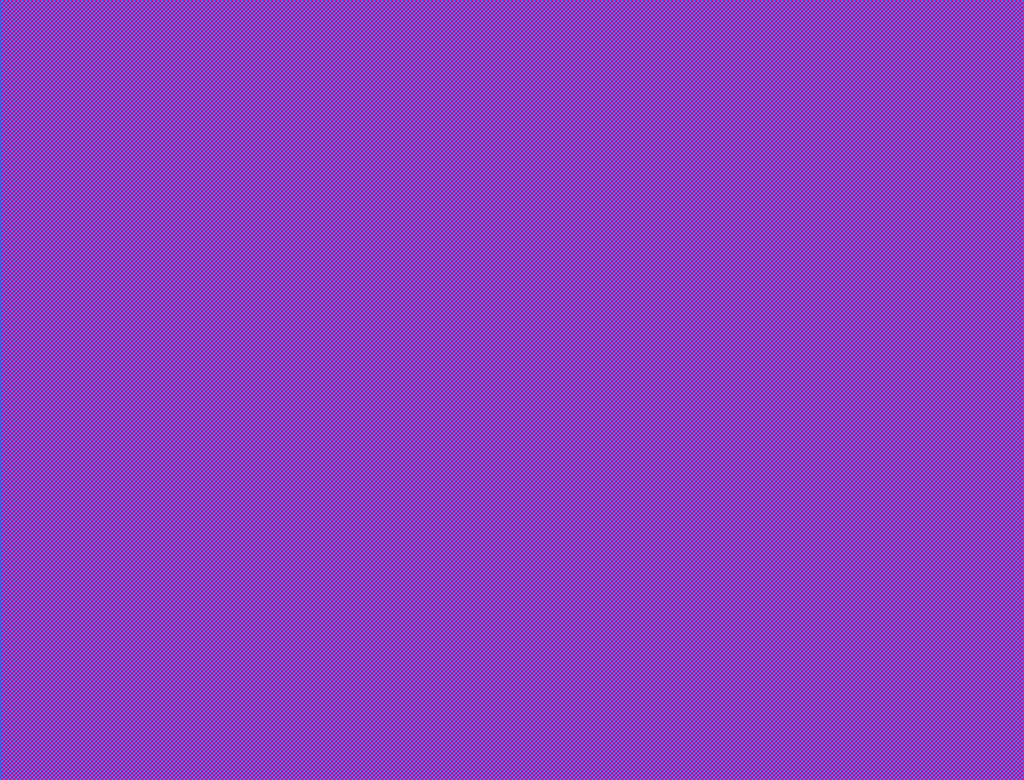
<source format=lef>
##
## LEF for PtnCells ;
## created by Innovus v18.10-p002_1 on Tue Apr 20 18:55:30 2021
##

VERSION 5.5 ;

NAMESCASESENSITIVE ON ;
BUSBITCHARS "[]" ;
DIVIDERCHAR "/" ;

MACRO ensc450
  CLASS BLOCK ;
  SIZE 630.040000 BY 480.060000 ;
  FOREIGN ensc450 0.000000 0.000000 ;
  ORIGIN 0 0 ;
  SYMMETRY X Y R90 ;
  PIN clk
    DIRECTION INPUT ;
    USE SIGNAL ;
  END clk
  PIN resetn
    DIRECTION INPUT ;
    USE SIGNAL ;
    PORT
      LAYER metal2 ;
        RECT 282.970000 479.990000 283.040000 480.060000 ;
    END
  END resetn
  PIN EXT_NREADY
    DIRECTION OUTPUT ;
    USE SIGNAL ;
    PORT
      LAYER metal2 ;
        RECT 345.480000 0.000000 345.550000 0.070000 ;
    END
  END EXT_NREADY
  PIN EXT_BUSY
    DIRECTION INPUT ;
    USE SIGNAL ;
    PORT
      LAYER metal2 ;
        RECT 283.920000 479.990000 283.990000 480.060000 ;
    END
  END EXT_BUSY
  PIN EXT_MR
    DIRECTION INPUT ;
    USE SIGNAL ;
    PORT
      LAYER metal2 ;
        RECT 284.870000 479.990000 284.940000 480.060000 ;
    END
  END EXT_MR
  PIN EXT_MW
    DIRECTION INPUT ;
    USE SIGNAL ;
    PORT
      LAYER metal2 ;
        RECT 285.820000 479.990000 285.890000 480.060000 ;
    END
  END EXT_MW
  PIN EXT_ADDRBUS[31]
    DIRECTION INPUT ;
    USE SIGNAL ;
    PORT
      LAYER metal2 ;
        RECT 316.220000 479.990000 316.290000 480.060000 ;
    END
  END EXT_ADDRBUS[31]
  PIN EXT_ADDRBUS[30]
    DIRECTION INPUT ;
    USE SIGNAL ;
    PORT
      LAYER metal2 ;
        RECT 315.270000 479.990000 315.340000 480.060000 ;
    END
  END EXT_ADDRBUS[30]
  PIN EXT_ADDRBUS[29]
    DIRECTION INPUT ;
    USE SIGNAL ;
    PORT
      LAYER metal2 ;
        RECT 314.320000 479.990000 314.390000 480.060000 ;
    END
  END EXT_ADDRBUS[29]
  PIN EXT_ADDRBUS[28]
    DIRECTION INPUT ;
    USE SIGNAL ;
    PORT
      LAYER metal2 ;
        RECT 313.370000 479.990000 313.440000 480.060000 ;
    END
  END EXT_ADDRBUS[28]
  PIN EXT_ADDRBUS[27]
    DIRECTION INPUT ;
    USE SIGNAL ;
    PORT
      LAYER metal2 ;
        RECT 312.420000 479.990000 312.490000 480.060000 ;
    END
  END EXT_ADDRBUS[27]
  PIN EXT_ADDRBUS[26]
    DIRECTION INPUT ;
    USE SIGNAL ;
    PORT
      LAYER metal2 ;
        RECT 311.470000 479.990000 311.540000 480.060000 ;
    END
  END EXT_ADDRBUS[26]
  PIN EXT_ADDRBUS[25]
    DIRECTION INPUT ;
    USE SIGNAL ;
    PORT
      LAYER metal2 ;
        RECT 310.520000 479.990000 310.590000 480.060000 ;
    END
  END EXT_ADDRBUS[25]
  PIN EXT_ADDRBUS[24]
    DIRECTION INPUT ;
    USE SIGNAL ;
    PORT
      LAYER metal2 ;
        RECT 309.570000 479.990000 309.640000 480.060000 ;
    END
  END EXT_ADDRBUS[24]
  PIN EXT_ADDRBUS[23]
    DIRECTION INPUT ;
    USE SIGNAL ;
    PORT
      LAYER metal2 ;
        RECT 308.620000 479.990000 308.690000 480.060000 ;
    END
  END EXT_ADDRBUS[23]
  PIN EXT_ADDRBUS[22]
    DIRECTION INPUT ;
    USE SIGNAL ;
    PORT
      LAYER metal2 ;
        RECT 307.670000 479.990000 307.740000 480.060000 ;
    END
  END EXT_ADDRBUS[22]
  PIN EXT_ADDRBUS[21]
    DIRECTION INPUT ;
    USE SIGNAL ;
    PORT
      LAYER metal2 ;
        RECT 306.720000 479.990000 306.790000 480.060000 ;
    END
  END EXT_ADDRBUS[21]
  PIN EXT_ADDRBUS[20]
    DIRECTION INPUT ;
    USE SIGNAL ;
    PORT
      LAYER metal2 ;
        RECT 305.770000 479.990000 305.840000 480.060000 ;
    END
  END EXT_ADDRBUS[20]
  PIN EXT_ADDRBUS[19]
    DIRECTION INPUT ;
    USE SIGNAL ;
    PORT
      LAYER metal2 ;
        RECT 304.820000 479.990000 304.890000 480.060000 ;
    END
  END EXT_ADDRBUS[19]
  PIN EXT_ADDRBUS[18]
    DIRECTION INPUT ;
    USE SIGNAL ;
    PORT
      LAYER metal2 ;
        RECT 303.870000 479.990000 303.940000 480.060000 ;
    END
  END EXT_ADDRBUS[18]
  PIN EXT_ADDRBUS[17]
    DIRECTION INPUT ;
    USE SIGNAL ;
    PORT
      LAYER metal2 ;
        RECT 302.920000 479.990000 302.990000 480.060000 ;
    END
  END EXT_ADDRBUS[17]
  PIN EXT_ADDRBUS[16]
    DIRECTION INPUT ;
    USE SIGNAL ;
    PORT
      LAYER metal2 ;
        RECT 301.970000 479.990000 302.040000 480.060000 ;
    END
  END EXT_ADDRBUS[16]
  PIN EXT_ADDRBUS[15]
    DIRECTION INPUT ;
    USE SIGNAL ;
    PORT
      LAYER metal2 ;
        RECT 301.020000 479.990000 301.090000 480.060000 ;
    END
  END EXT_ADDRBUS[15]
  PIN EXT_ADDRBUS[14]
    DIRECTION INPUT ;
    USE SIGNAL ;
    PORT
      LAYER metal2 ;
        RECT 300.070000 479.990000 300.140000 480.060000 ;
    END
  END EXT_ADDRBUS[14]
  PIN EXT_ADDRBUS[13]
    DIRECTION INPUT ;
    USE SIGNAL ;
    PORT
      LAYER metal2 ;
        RECT 299.120000 479.990000 299.190000 480.060000 ;
    END
  END EXT_ADDRBUS[13]
  PIN EXT_ADDRBUS[12]
    DIRECTION INPUT ;
    USE SIGNAL ;
    PORT
      LAYER metal2 ;
        RECT 298.170000 479.990000 298.240000 480.060000 ;
    END
  END EXT_ADDRBUS[12]
  PIN EXT_ADDRBUS[11]
    DIRECTION INPUT ;
    USE SIGNAL ;
    PORT
      LAYER metal2 ;
        RECT 297.220000 479.990000 297.290000 480.060000 ;
    END
  END EXT_ADDRBUS[11]
  PIN EXT_ADDRBUS[10]
    DIRECTION INPUT ;
    USE SIGNAL ;
    PORT
      LAYER metal2 ;
        RECT 296.270000 479.990000 296.340000 480.060000 ;
    END
  END EXT_ADDRBUS[10]
  PIN EXT_ADDRBUS[9]
    DIRECTION INPUT ;
    USE SIGNAL ;
    PORT
      LAYER metal2 ;
        RECT 295.320000 479.990000 295.390000 480.060000 ;
    END
  END EXT_ADDRBUS[9]
  PIN EXT_ADDRBUS[8]
    DIRECTION INPUT ;
    USE SIGNAL ;
    PORT
      LAYER metal2 ;
        RECT 294.370000 479.990000 294.440000 480.060000 ;
    END
  END EXT_ADDRBUS[8]
  PIN EXT_ADDRBUS[7]
    DIRECTION INPUT ;
    USE SIGNAL ;
    PORT
      LAYER metal2 ;
        RECT 293.420000 479.990000 293.490000 480.060000 ;
    END
  END EXT_ADDRBUS[7]
  PIN EXT_ADDRBUS[6]
    DIRECTION INPUT ;
    USE SIGNAL ;
    PORT
      LAYER metal2 ;
        RECT 292.470000 479.990000 292.540000 480.060000 ;
    END
  END EXT_ADDRBUS[6]
  PIN EXT_ADDRBUS[5]
    DIRECTION INPUT ;
    USE SIGNAL ;
    PORT
      LAYER metal2 ;
        RECT 291.520000 479.990000 291.590000 480.060000 ;
    END
  END EXT_ADDRBUS[5]
  PIN EXT_ADDRBUS[4]
    DIRECTION INPUT ;
    USE SIGNAL ;
    PORT
      LAYER metal2 ;
        RECT 290.570000 479.990000 290.640000 480.060000 ;
    END
  END EXT_ADDRBUS[4]
  PIN EXT_ADDRBUS[3]
    DIRECTION INPUT ;
    USE SIGNAL ;
    PORT
      LAYER metal2 ;
        RECT 289.620000 479.990000 289.690000 480.060000 ;
    END
  END EXT_ADDRBUS[3]
  PIN EXT_ADDRBUS[2]
    DIRECTION INPUT ;
    USE SIGNAL ;
    PORT
      LAYER metal2 ;
        RECT 288.670000 479.990000 288.740000 480.060000 ;
    END
  END EXT_ADDRBUS[2]
  PIN EXT_ADDRBUS[1]
    DIRECTION INPUT ;
    USE SIGNAL ;
    PORT
      LAYER metal2 ;
        RECT 287.720000 479.990000 287.790000 480.060000 ;
    END
  END EXT_ADDRBUS[1]
  PIN EXT_ADDRBUS[0]
    DIRECTION INPUT ;
    USE SIGNAL ;
    PORT
      LAYER metal2 ;
        RECT 286.770000 479.990000 286.840000 480.060000 ;
    END
  END EXT_ADDRBUS[0]
  PIN EXT_RDATABUS[31]
    DIRECTION OUTPUT ;
    USE SIGNAL ;
    PORT
      LAYER metal2 ;
        RECT 284.680000 0.000000 284.750000 0.070000 ;
    END
  END EXT_RDATABUS[31]
  PIN EXT_RDATABUS[30]
    DIRECTION OUTPUT ;
    USE SIGNAL ;
    PORT
      LAYER metal2 ;
        RECT 286.580000 0.000000 286.650000 0.070000 ;
    END
  END EXT_RDATABUS[30]
  PIN EXT_RDATABUS[29]
    DIRECTION OUTPUT ;
    USE SIGNAL ;
    PORT
      LAYER metal2 ;
        RECT 288.480000 0.000000 288.550000 0.070000 ;
    END
  END EXT_RDATABUS[29]
  PIN EXT_RDATABUS[28]
    DIRECTION OUTPUT ;
    USE SIGNAL ;
    PORT
      LAYER metal2 ;
        RECT 290.380000 0.000000 290.450000 0.070000 ;
    END
  END EXT_RDATABUS[28]
  PIN EXT_RDATABUS[27]
    DIRECTION OUTPUT ;
    USE SIGNAL ;
    PORT
      LAYER metal2 ;
        RECT 292.280000 0.000000 292.350000 0.070000 ;
    END
  END EXT_RDATABUS[27]
  PIN EXT_RDATABUS[26]
    DIRECTION OUTPUT ;
    USE SIGNAL ;
    PORT
      LAYER metal2 ;
        RECT 294.180000 0.000000 294.250000 0.070000 ;
    END
  END EXT_RDATABUS[26]
  PIN EXT_RDATABUS[25]
    DIRECTION OUTPUT ;
    USE SIGNAL ;
    PORT
      LAYER metal2 ;
        RECT 296.080000 0.000000 296.150000 0.070000 ;
    END
  END EXT_RDATABUS[25]
  PIN EXT_RDATABUS[24]
    DIRECTION OUTPUT ;
    USE SIGNAL ;
    PORT
      LAYER metal2 ;
        RECT 297.980000 0.000000 298.050000 0.070000 ;
    END
  END EXT_RDATABUS[24]
  PIN EXT_RDATABUS[23]
    DIRECTION OUTPUT ;
    USE SIGNAL ;
    PORT
      LAYER metal2 ;
        RECT 299.880000 0.000000 299.950000 0.070000 ;
    END
  END EXT_RDATABUS[23]
  PIN EXT_RDATABUS[22]
    DIRECTION OUTPUT ;
    USE SIGNAL ;
    PORT
      LAYER metal2 ;
        RECT 301.780000 0.000000 301.850000 0.070000 ;
    END
  END EXT_RDATABUS[22]
  PIN EXT_RDATABUS[21]
    DIRECTION OUTPUT ;
    USE SIGNAL ;
    PORT
      LAYER metal2 ;
        RECT 303.680000 0.000000 303.750000 0.070000 ;
    END
  END EXT_RDATABUS[21]
  PIN EXT_RDATABUS[20]
    DIRECTION OUTPUT ;
    USE SIGNAL ;
    PORT
      LAYER metal2 ;
        RECT 305.580000 0.000000 305.650000 0.070000 ;
    END
  END EXT_RDATABUS[20]
  PIN EXT_RDATABUS[19]
    DIRECTION OUTPUT ;
    USE SIGNAL ;
    PORT
      LAYER metal2 ;
        RECT 307.480000 0.000000 307.550000 0.070000 ;
    END
  END EXT_RDATABUS[19]
  PIN EXT_RDATABUS[18]
    DIRECTION OUTPUT ;
    USE SIGNAL ;
    PORT
      LAYER metal2 ;
        RECT 309.380000 0.000000 309.450000 0.070000 ;
    END
  END EXT_RDATABUS[18]
  PIN EXT_RDATABUS[17]
    DIRECTION OUTPUT ;
    USE SIGNAL ;
    PORT
      LAYER metal2 ;
        RECT 311.280000 0.000000 311.350000 0.070000 ;
    END
  END EXT_RDATABUS[17]
  PIN EXT_RDATABUS[16]
    DIRECTION OUTPUT ;
    USE SIGNAL ;
    PORT
      LAYER metal2 ;
        RECT 313.180000 0.000000 313.250000 0.070000 ;
    END
  END EXT_RDATABUS[16]
  PIN EXT_RDATABUS[15]
    DIRECTION OUTPUT ;
    USE SIGNAL ;
    PORT
      LAYER metal2 ;
        RECT 315.080000 0.000000 315.150000 0.070000 ;
    END
  END EXT_RDATABUS[15]
  PIN EXT_RDATABUS[14]
    DIRECTION OUTPUT ;
    USE SIGNAL ;
    PORT
      LAYER metal2 ;
        RECT 316.980000 0.000000 317.050000 0.070000 ;
    END
  END EXT_RDATABUS[14]
  PIN EXT_RDATABUS[13]
    DIRECTION OUTPUT ;
    USE SIGNAL ;
    PORT
      LAYER metal2 ;
        RECT 318.880000 0.000000 318.950000 0.070000 ;
    END
  END EXT_RDATABUS[13]
  PIN EXT_RDATABUS[12]
    DIRECTION OUTPUT ;
    USE SIGNAL ;
    PORT
      LAYER metal2 ;
        RECT 320.780000 0.000000 320.850000 0.070000 ;
    END
  END EXT_RDATABUS[12]
  PIN EXT_RDATABUS[11]
    DIRECTION OUTPUT ;
    USE SIGNAL ;
    PORT
      LAYER metal2 ;
        RECT 322.680000 0.000000 322.750000 0.070000 ;
    END
  END EXT_RDATABUS[11]
  PIN EXT_RDATABUS[10]
    DIRECTION OUTPUT ;
    USE SIGNAL ;
    PORT
      LAYER metal2 ;
        RECT 324.580000 0.000000 324.650000 0.070000 ;
    END
  END EXT_RDATABUS[10]
  PIN EXT_RDATABUS[9]
    DIRECTION OUTPUT ;
    USE SIGNAL ;
    PORT
      LAYER metal2 ;
        RECT 326.480000 0.000000 326.550000 0.070000 ;
    END
  END EXT_RDATABUS[9]
  PIN EXT_RDATABUS[8]
    DIRECTION OUTPUT ;
    USE SIGNAL ;
    PORT
      LAYER metal2 ;
        RECT 328.380000 0.000000 328.450000 0.070000 ;
    END
  END EXT_RDATABUS[8]
  PIN EXT_RDATABUS[7]
    DIRECTION OUTPUT ;
    USE SIGNAL ;
    PORT
      LAYER metal2 ;
        RECT 330.280000 0.000000 330.350000 0.070000 ;
    END
  END EXT_RDATABUS[7]
  PIN EXT_RDATABUS[6]
    DIRECTION OUTPUT ;
    USE SIGNAL ;
    PORT
      LAYER metal2 ;
        RECT 332.180000 0.000000 332.250000 0.070000 ;
    END
  END EXT_RDATABUS[6]
  PIN EXT_RDATABUS[5]
    DIRECTION OUTPUT ;
    USE SIGNAL ;
    PORT
      LAYER metal2 ;
        RECT 334.080000 0.000000 334.150000 0.070000 ;
    END
  END EXT_RDATABUS[5]
  PIN EXT_RDATABUS[4]
    DIRECTION OUTPUT ;
    USE SIGNAL ;
    PORT
      LAYER metal2 ;
        RECT 335.980000 0.000000 336.050000 0.070000 ;
    END
  END EXT_RDATABUS[4]
  PIN EXT_RDATABUS[3]
    DIRECTION OUTPUT ;
    USE SIGNAL ;
    PORT
      LAYER metal2 ;
        RECT 337.880000 0.000000 337.950000 0.070000 ;
    END
  END EXT_RDATABUS[3]
  PIN EXT_RDATABUS[2]
    DIRECTION OUTPUT ;
    USE SIGNAL ;
    PORT
      LAYER metal2 ;
        RECT 339.780000 0.000000 339.850000 0.070000 ;
    END
  END EXT_RDATABUS[2]
  PIN EXT_RDATABUS[1]
    DIRECTION OUTPUT ;
    USE SIGNAL ;
    PORT
      LAYER metal2 ;
        RECT 341.680000 0.000000 341.750000 0.070000 ;
    END
  END EXT_RDATABUS[1]
  PIN EXT_RDATABUS[0]
    DIRECTION OUTPUT ;
    USE SIGNAL ;
    PORT
      LAYER metal2 ;
        RECT 343.580000 0.000000 343.650000 0.070000 ;
    END
  END EXT_RDATABUS[0]
  PIN EXT_WDATABUS[31]
    DIRECTION INPUT ;
    USE SIGNAL ;
    PORT
      LAYER metal2 ;
        RECT 346.620000 479.990000 346.690000 480.060000 ;
    END
  END EXT_WDATABUS[31]
  PIN EXT_WDATABUS[30]
    DIRECTION INPUT ;
    USE SIGNAL ;
    PORT
      LAYER metal2 ;
        RECT 345.670000 479.990000 345.740000 480.060000 ;
    END
  END EXT_WDATABUS[30]
  PIN EXT_WDATABUS[29]
    DIRECTION INPUT ;
    USE SIGNAL ;
    PORT
      LAYER metal2 ;
        RECT 344.720000 479.990000 344.790000 480.060000 ;
    END
  END EXT_WDATABUS[29]
  PIN EXT_WDATABUS[28]
    DIRECTION INPUT ;
    USE SIGNAL ;
    PORT
      LAYER metal2 ;
        RECT 343.770000 479.990000 343.840000 480.060000 ;
    END
  END EXT_WDATABUS[28]
  PIN EXT_WDATABUS[27]
    DIRECTION INPUT ;
    USE SIGNAL ;
    PORT
      LAYER metal2 ;
        RECT 342.820000 479.990000 342.890000 480.060000 ;
    END
  END EXT_WDATABUS[27]
  PIN EXT_WDATABUS[26]
    DIRECTION INPUT ;
    USE SIGNAL ;
    PORT
      LAYER metal2 ;
        RECT 341.870000 479.990000 341.940000 480.060000 ;
    END
  END EXT_WDATABUS[26]
  PIN EXT_WDATABUS[25]
    DIRECTION INPUT ;
    USE SIGNAL ;
    PORT
      LAYER metal2 ;
        RECT 340.920000 479.990000 340.990000 480.060000 ;
    END
  END EXT_WDATABUS[25]
  PIN EXT_WDATABUS[24]
    DIRECTION INPUT ;
    USE SIGNAL ;
    PORT
      LAYER metal2 ;
        RECT 339.970000 479.990000 340.040000 480.060000 ;
    END
  END EXT_WDATABUS[24]
  PIN EXT_WDATABUS[23]
    DIRECTION INPUT ;
    USE SIGNAL ;
    PORT
      LAYER metal2 ;
        RECT 339.020000 479.990000 339.090000 480.060000 ;
    END
  END EXT_WDATABUS[23]
  PIN EXT_WDATABUS[22]
    DIRECTION INPUT ;
    USE SIGNAL ;
    PORT
      LAYER metal2 ;
        RECT 338.070000 479.990000 338.140000 480.060000 ;
    END
  END EXT_WDATABUS[22]
  PIN EXT_WDATABUS[21]
    DIRECTION INPUT ;
    USE SIGNAL ;
    PORT
      LAYER metal2 ;
        RECT 337.120000 479.990000 337.190000 480.060000 ;
    END
  END EXT_WDATABUS[21]
  PIN EXT_WDATABUS[20]
    DIRECTION INPUT ;
    USE SIGNAL ;
    PORT
      LAYER metal2 ;
        RECT 336.170000 479.990000 336.240000 480.060000 ;
    END
  END EXT_WDATABUS[20]
  PIN EXT_WDATABUS[19]
    DIRECTION INPUT ;
    USE SIGNAL ;
    PORT
      LAYER metal2 ;
        RECT 335.220000 479.990000 335.290000 480.060000 ;
    END
  END EXT_WDATABUS[19]
  PIN EXT_WDATABUS[18]
    DIRECTION INPUT ;
    USE SIGNAL ;
    PORT
      LAYER metal2 ;
        RECT 334.270000 479.990000 334.340000 480.060000 ;
    END
  END EXT_WDATABUS[18]
  PIN EXT_WDATABUS[17]
    DIRECTION INPUT ;
    USE SIGNAL ;
    PORT
      LAYER metal2 ;
        RECT 333.320000 479.990000 333.390000 480.060000 ;
    END
  END EXT_WDATABUS[17]
  PIN EXT_WDATABUS[16]
    DIRECTION INPUT ;
    USE SIGNAL ;
    PORT
      LAYER metal2 ;
        RECT 332.370000 479.990000 332.440000 480.060000 ;
    END
  END EXT_WDATABUS[16]
  PIN EXT_WDATABUS[15]
    DIRECTION INPUT ;
    USE SIGNAL ;
    PORT
      LAYER metal2 ;
        RECT 331.420000 479.990000 331.490000 480.060000 ;
    END
  END EXT_WDATABUS[15]
  PIN EXT_WDATABUS[14]
    DIRECTION INPUT ;
    USE SIGNAL ;
    PORT
      LAYER metal2 ;
        RECT 330.470000 479.990000 330.540000 480.060000 ;
    END
  END EXT_WDATABUS[14]
  PIN EXT_WDATABUS[13]
    DIRECTION INPUT ;
    USE SIGNAL ;
    PORT
      LAYER metal2 ;
        RECT 329.520000 479.990000 329.590000 480.060000 ;
    END
  END EXT_WDATABUS[13]
  PIN EXT_WDATABUS[12]
    DIRECTION INPUT ;
    USE SIGNAL ;
    PORT
      LAYER metal2 ;
        RECT 328.570000 479.990000 328.640000 480.060000 ;
    END
  END EXT_WDATABUS[12]
  PIN EXT_WDATABUS[11]
    DIRECTION INPUT ;
    USE SIGNAL ;
    PORT
      LAYER metal2 ;
        RECT 327.620000 479.990000 327.690000 480.060000 ;
    END
  END EXT_WDATABUS[11]
  PIN EXT_WDATABUS[10]
    DIRECTION INPUT ;
    USE SIGNAL ;
    PORT
      LAYER metal2 ;
        RECT 326.670000 479.990000 326.740000 480.060000 ;
    END
  END EXT_WDATABUS[10]
  PIN EXT_WDATABUS[9]
    DIRECTION INPUT ;
    USE SIGNAL ;
    PORT
      LAYER metal2 ;
        RECT 325.720000 479.990000 325.790000 480.060000 ;
    END
  END EXT_WDATABUS[9]
  PIN EXT_WDATABUS[8]
    DIRECTION INPUT ;
    USE SIGNAL ;
    PORT
      LAYER metal2 ;
        RECT 324.770000 479.990000 324.840000 480.060000 ;
    END
  END EXT_WDATABUS[8]
  PIN EXT_WDATABUS[7]
    DIRECTION INPUT ;
    USE SIGNAL ;
    PORT
      LAYER metal2 ;
        RECT 323.820000 479.990000 323.890000 480.060000 ;
    END
  END EXT_WDATABUS[7]
  PIN EXT_WDATABUS[6]
    DIRECTION INPUT ;
    USE SIGNAL ;
    PORT
      LAYER metal2 ;
        RECT 322.870000 479.990000 322.940000 480.060000 ;
    END
  END EXT_WDATABUS[6]
  PIN EXT_WDATABUS[5]
    DIRECTION INPUT ;
    USE SIGNAL ;
    PORT
      LAYER metal2 ;
        RECT 321.920000 479.990000 321.990000 480.060000 ;
    END
  END EXT_WDATABUS[5]
  PIN EXT_WDATABUS[4]
    DIRECTION INPUT ;
    USE SIGNAL ;
    PORT
      LAYER metal2 ;
        RECT 320.970000 479.990000 321.040000 480.060000 ;
    END
  END EXT_WDATABUS[4]
  PIN EXT_WDATABUS[3]
    DIRECTION INPUT ;
    USE SIGNAL ;
    PORT
      LAYER metal2 ;
        RECT 320.020000 479.990000 320.090000 480.060000 ;
    END
  END EXT_WDATABUS[3]
  PIN EXT_WDATABUS[2]
    DIRECTION INPUT ;
    USE SIGNAL ;
    PORT
      LAYER metal2 ;
        RECT 319.070000 479.990000 319.140000 480.060000 ;
    END
  END EXT_WDATABUS[2]
  PIN EXT_WDATABUS[1]
    DIRECTION INPUT ;
    USE SIGNAL ;
    PORT
      LAYER metal2 ;
        RECT 318.120000 479.990000 318.190000 480.060000 ;
    END
  END EXT_WDATABUS[1]
  PIN EXT_WDATABUS[0]
    DIRECTION INPUT ;
    USE SIGNAL ;
    PORT
      LAYER metal2 ;
        RECT 317.170000 479.990000 317.240000 480.060000 ;
    END
  END EXT_WDATABUS[0]
  OBS
    LAYER metal1 ;
      RECT 0.000000 0.000000 630.040000 480.060000 ;
    LAYER metal2 ;
      RECT 346.760000 479.920000 630.040000 480.060000 ;
      RECT 345.810000 479.920000 346.550000 480.060000 ;
      RECT 344.860000 479.920000 345.600000 480.060000 ;
      RECT 343.910000 479.920000 344.650000 480.060000 ;
      RECT 342.960000 479.920000 343.700000 480.060000 ;
      RECT 342.010000 479.920000 342.750000 480.060000 ;
      RECT 341.060000 479.920000 341.800000 480.060000 ;
      RECT 340.110000 479.920000 340.850000 480.060000 ;
      RECT 339.160000 479.920000 339.900000 480.060000 ;
      RECT 338.210000 479.920000 338.950000 480.060000 ;
      RECT 337.260000 479.920000 338.000000 480.060000 ;
      RECT 336.310000 479.920000 337.050000 480.060000 ;
      RECT 335.360000 479.920000 336.100000 480.060000 ;
      RECT 334.410000 479.920000 335.150000 480.060000 ;
      RECT 333.460000 479.920000 334.200000 480.060000 ;
      RECT 332.510000 479.920000 333.250000 480.060000 ;
      RECT 331.560000 479.920000 332.300000 480.060000 ;
      RECT 330.610000 479.920000 331.350000 480.060000 ;
      RECT 329.660000 479.920000 330.400000 480.060000 ;
      RECT 328.710000 479.920000 329.450000 480.060000 ;
      RECT 327.760000 479.920000 328.500000 480.060000 ;
      RECT 326.810000 479.920000 327.550000 480.060000 ;
      RECT 325.860000 479.920000 326.600000 480.060000 ;
      RECT 324.910000 479.920000 325.650000 480.060000 ;
      RECT 323.960000 479.920000 324.700000 480.060000 ;
      RECT 323.010000 479.920000 323.750000 480.060000 ;
      RECT 322.060000 479.920000 322.800000 480.060000 ;
      RECT 321.110000 479.920000 321.850000 480.060000 ;
      RECT 320.160000 479.920000 320.900000 480.060000 ;
      RECT 319.210000 479.920000 319.950000 480.060000 ;
      RECT 318.260000 479.920000 319.000000 480.060000 ;
      RECT 317.310000 479.920000 318.050000 480.060000 ;
      RECT 316.360000 479.920000 317.100000 480.060000 ;
      RECT 315.410000 479.920000 316.150000 480.060000 ;
      RECT 314.460000 479.920000 315.200000 480.060000 ;
      RECT 313.510000 479.920000 314.250000 480.060000 ;
      RECT 312.560000 479.920000 313.300000 480.060000 ;
      RECT 311.610000 479.920000 312.350000 480.060000 ;
      RECT 310.660000 479.920000 311.400000 480.060000 ;
      RECT 309.710000 479.920000 310.450000 480.060000 ;
      RECT 308.760000 479.920000 309.500000 480.060000 ;
      RECT 307.810000 479.920000 308.550000 480.060000 ;
      RECT 306.860000 479.920000 307.600000 480.060000 ;
      RECT 305.910000 479.920000 306.650000 480.060000 ;
      RECT 304.960000 479.920000 305.700000 480.060000 ;
      RECT 304.010000 479.920000 304.750000 480.060000 ;
      RECT 303.060000 479.920000 303.800000 480.060000 ;
      RECT 302.110000 479.920000 302.850000 480.060000 ;
      RECT 301.160000 479.920000 301.900000 480.060000 ;
      RECT 300.210000 479.920000 300.950000 480.060000 ;
      RECT 299.260000 479.920000 300.000000 480.060000 ;
      RECT 298.310000 479.920000 299.050000 480.060000 ;
      RECT 297.360000 479.920000 298.100000 480.060000 ;
      RECT 296.410000 479.920000 297.150000 480.060000 ;
      RECT 295.460000 479.920000 296.200000 480.060000 ;
      RECT 294.510000 479.920000 295.250000 480.060000 ;
      RECT 293.560000 479.920000 294.300000 480.060000 ;
      RECT 292.610000 479.920000 293.350000 480.060000 ;
      RECT 291.660000 479.920000 292.400000 480.060000 ;
      RECT 290.710000 479.920000 291.450000 480.060000 ;
      RECT 289.760000 479.920000 290.500000 480.060000 ;
      RECT 288.810000 479.920000 289.550000 480.060000 ;
      RECT 287.860000 479.920000 288.600000 480.060000 ;
      RECT 286.910000 479.920000 287.650000 480.060000 ;
      RECT 285.960000 479.920000 286.700000 480.060000 ;
      RECT 285.010000 479.920000 285.750000 480.060000 ;
      RECT 284.060000 479.920000 284.800000 480.060000 ;
      RECT 283.110000 479.920000 283.850000 480.060000 ;
      RECT 0.000000 479.920000 282.900000 480.060000 ;
      RECT 0.000000 0.140000 630.040000 479.920000 ;
      RECT 345.620000 0.000000 630.040000 0.140000 ;
      RECT 343.720000 0.000000 345.410000 0.140000 ;
      RECT 341.820000 0.000000 343.510000 0.140000 ;
      RECT 339.920000 0.000000 341.610000 0.140000 ;
      RECT 338.020000 0.000000 339.710000 0.140000 ;
      RECT 336.120000 0.000000 337.810000 0.140000 ;
      RECT 334.220000 0.000000 335.910000 0.140000 ;
      RECT 332.320000 0.000000 334.010000 0.140000 ;
      RECT 330.420000 0.000000 332.110000 0.140000 ;
      RECT 328.520000 0.000000 330.210000 0.140000 ;
      RECT 326.620000 0.000000 328.310000 0.140000 ;
      RECT 324.720000 0.000000 326.410000 0.140000 ;
      RECT 322.820000 0.000000 324.510000 0.140000 ;
      RECT 320.920000 0.000000 322.610000 0.140000 ;
      RECT 319.020000 0.000000 320.710000 0.140000 ;
      RECT 317.120000 0.000000 318.810000 0.140000 ;
      RECT 315.220000 0.000000 316.910000 0.140000 ;
      RECT 313.320000 0.000000 315.010000 0.140000 ;
      RECT 311.420000 0.000000 313.110000 0.140000 ;
      RECT 309.520000 0.000000 311.210000 0.140000 ;
      RECT 307.620000 0.000000 309.310000 0.140000 ;
      RECT 305.720000 0.000000 307.410000 0.140000 ;
      RECT 303.820000 0.000000 305.510000 0.140000 ;
      RECT 301.920000 0.000000 303.610000 0.140000 ;
      RECT 300.020000 0.000000 301.710000 0.140000 ;
      RECT 298.120000 0.000000 299.810000 0.140000 ;
      RECT 296.220000 0.000000 297.910000 0.140000 ;
      RECT 294.320000 0.000000 296.010000 0.140000 ;
      RECT 292.420000 0.000000 294.110000 0.140000 ;
      RECT 290.520000 0.000000 292.210000 0.140000 ;
      RECT 288.620000 0.000000 290.310000 0.140000 ;
      RECT 286.720000 0.000000 288.410000 0.140000 ;
      RECT 284.820000 0.000000 286.510000 0.140000 ;
      RECT 0.000000 0.000000 284.610000 0.140000 ;
    LAYER metal3 ;
      RECT 0.000000 0.000000 630.040000 480.060000 ;
    LAYER metal4 ;
      RECT 0.000000 0.000000 630.040000 480.060000 ;
    LAYER metal5 ;
      RECT 0.000000 0.000000 630.040000 480.060000 ;
    LAYER metal6 ;
      RECT 0.000000 0.000000 630.040000 480.060000 ;
    LAYER metal7 ;
      RECT 0.000000 0.000000 630.040000 480.060000 ;
    LAYER metal8 ;
      RECT 0.000000 0.000000 630.040000 480.060000 ;
    LAYER metal9 ;
      RECT 0.000000 0.000000 630.040000 480.060000 ;
    LAYER metal10 ;
      RECT 0.000000 0.000000 630.040000 480.060000 ;
  END
END ensc450

END LIBRARY

</source>
